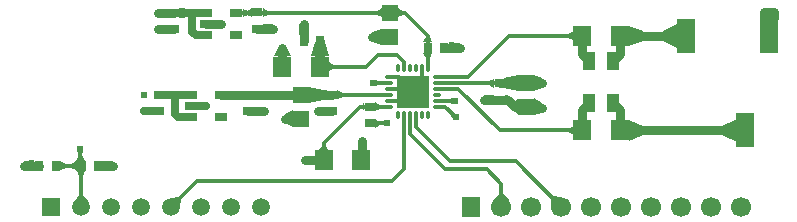
<source format=gtl>
G04 Layer: TopLayer*
G04 EasyEDA v6.5.42, 2024-04-19 21:15:47*
G04 b74b0dd8b7a74548b8b14c9367106a0f,9fa9616398974da3a60ce9969dc7753a,10*
G04 Gerber Generator version 0.2*
G04 Scale: 100 percent, Rotated: No, Reflected: No *
G04 Dimensions in millimeters *
G04 leading zeros omitted , absolute positions ,4 integer and 5 decimal *
%FSLAX45Y45*%
%MOMM*%

%AMMACRO1*21,1,$1,$2,0,0,$3*%
%ADD10C,0.8000*%
%ADD11C,0.3000*%
%ADD12C,0.7000*%
%ADD13MACRO1,1.728X1.485X90.0000*%
%ADD14MACRO1,1.728X1.485X-90.0000*%
%ADD15MACRO1,1.35X1.41X0.0000*%
%ADD16R,1.3500X1.4100*%
%ADD17R,0.8000X0.9000*%
%ADD18R,0.9000X0.8000*%
%ADD19R,1.5000X3.0000*%
%ADD20MACRO1,0.864X0.8065X-90.0000*%
%ADD21R,1.1330X1.5240*%
%ADD22O,0.2800096X0.7999984*%
%ADD23O,0.7999984X0.2800096*%
%ADD24R,2.7000X2.7000*%
%ADD25R,1.1000X0.7000*%
%ADD26R,1.5000X1.5000*%
%ADD27C,1.5000*%
%ADD28C,1.7000*%
%ADD29R,1.5748X1.7000*%
%ADD30C,0.6200*%
%ADD31C,0.0114*%

%LPD*%
G36*
X2064410Y2059889D02*
G01*
X2064410Y1989886D01*
X2109419Y2009902D01*
X2109419Y2039874D01*
G37*
G36*
X885647Y773176D02*
G01*
X885647Y686816D01*
X969975Y690016D01*
X969975Y770026D01*
G37*
G36*
X657148Y686816D02*
G01*
X679653Y641807D01*
X709676Y641807D01*
X732180Y686816D01*
G37*
G36*
X654354Y767486D02*
G01*
X609346Y744982D01*
X609346Y715010D01*
X654354Y692505D01*
G37*
G36*
X674979Y818184D02*
G01*
X654354Y773176D01*
X727506Y773176D01*
X705002Y818184D01*
G37*
G36*
X5744972Y1929993D02*
G01*
X5624982Y1869998D01*
X5624982Y1789988D01*
X5744972Y1729993D01*
G37*
G36*
X6244996Y1129995D02*
G01*
X6125006Y1070000D01*
X6125006Y989990D01*
X6244996Y929995D01*
G37*
G36*
X6516674Y1993239D02*
G01*
X6444996Y1979980D01*
X6595008Y1934159D01*
X6588252Y1951736D01*
G37*
G36*
X2144014Y2062378D02*
G01*
X2099005Y2039874D01*
X2099005Y2009902D01*
X2144014Y1988007D01*
G37*
G36*
X2233980Y2062378D02*
G01*
X2233980Y1988007D01*
X2278989Y2009902D01*
X2278989Y2039874D01*
G37*
G36*
X2233980Y1928012D02*
G01*
X2233980Y1848002D01*
X2318969Y1848002D01*
X2318969Y1928012D01*
G37*
G36*
X1525016Y2065020D02*
G01*
X1525016Y1985010D01*
X1630019Y1989988D01*
X1630019Y2059990D01*
G37*
G36*
X1350010Y1925015D02*
G01*
X1350010Y1845005D01*
X1434998Y1845005D01*
X1434998Y1925015D01*
G37*
G36*
X519988Y767486D02*
G01*
X519988Y692505D01*
X564997Y715010D01*
X564997Y744982D01*
G37*
G36*
X300024Y775004D02*
G01*
X210007Y770026D01*
X210007Y690016D01*
X300024Y684987D01*
G37*
G36*
X4195013Y1467612D02*
G01*
X4150004Y1445158D01*
X4150004Y1415186D01*
X4195013Y1392580D01*
G37*
G36*
X4284980Y1469999D02*
G01*
X4284980Y1389989D01*
X4405020Y1389989D01*
X4405020Y1469999D01*
G37*
G36*
X4109974Y1329994D02*
G01*
X4109974Y1249984D01*
X4195013Y1249984D01*
X4195013Y1329994D01*
G37*
G36*
X4284980Y1329994D02*
G01*
X4284980Y1249984D01*
X4309973Y1249984D01*
X4309973Y1329994D01*
G37*
G36*
X3185007Y1267510D02*
G01*
X3185007Y1192479D01*
X3230016Y1214983D01*
X3230016Y1245006D01*
G37*
G36*
X3094990Y1267510D02*
G01*
X3080004Y1245006D01*
X3080004Y1214983D01*
X3094990Y1192479D01*
G37*
G36*
X3185007Y1127506D02*
G01*
X3185007Y1052474D01*
X3230016Y1074978D01*
X3230016Y1105001D01*
G37*
G36*
X2775000Y1370025D02*
G01*
X2655011Y1369974D01*
X2655011Y1290015D01*
X2775000Y1290015D01*
G37*
G36*
X2864967Y1368501D02*
G01*
X2864967Y1293520D01*
X2909976Y1316024D01*
X2909976Y1345996D01*
G37*
G36*
X2775000Y1230020D02*
G01*
X2699969Y1229969D01*
X2699969Y1150010D01*
X2775000Y1150010D01*
G37*
G36*
X2680004Y1744980D02*
G01*
X2680004Y1624990D01*
X2760014Y1624990D01*
X2760014Y1744980D01*
G37*
G36*
X2540000Y1929993D02*
G01*
X2540000Y1834997D01*
X2620010Y1834997D01*
X2620010Y1929993D01*
G37*
G36*
X3617010Y1820011D02*
G01*
X3594506Y1775002D01*
X3669487Y1775002D01*
X3646982Y1820011D01*
G37*
G36*
X3594506Y1684985D02*
G01*
X3617010Y1639976D01*
X3646982Y1639976D01*
X3669487Y1684985D01*
G37*
G36*
X3810000Y1775002D02*
G01*
X3810000Y1684985D01*
X3899966Y1690014D01*
X3899966Y1769973D01*
G37*
G36*
X4527499Y1500479D02*
G01*
X4527499Y1359509D01*
X4599990Y1389989D01*
X4599990Y1469999D01*
G37*
G36*
X4392472Y1500479D02*
G01*
X4272483Y1469999D01*
X4272483Y1389989D01*
X4392472Y1359509D01*
G37*
G36*
X4527499Y1300480D02*
G01*
X4527499Y1159510D01*
X4599990Y1179982D01*
X4599990Y1259992D01*
G37*
G36*
X4392472Y1300480D02*
G01*
X4369968Y1270000D01*
X4369968Y1189990D01*
X4392472Y1159510D01*
G37*
G36*
X2627477Y1400505D02*
G01*
X2627477Y1259484D01*
X2747518Y1290015D01*
X2747518Y1369974D01*
G37*
G36*
X2492502Y1200505D02*
G01*
X2419959Y1169974D01*
X2419959Y1090015D01*
X2492502Y1059484D01*
G37*
G36*
X3242513Y2062378D02*
G01*
X3197504Y2039874D01*
X3197504Y2009902D01*
X3242513Y1987397D01*
G37*
G36*
X3377488Y2062378D02*
G01*
X3377488Y1987397D01*
X3422497Y2009902D01*
X3422497Y2039874D01*
G37*
G36*
X3242513Y1890471D02*
G01*
X3160014Y1859991D01*
X3160014Y1779981D01*
X3242513Y1749501D01*
G37*
G36*
X2735732Y900734D02*
G01*
X2713228Y866394D01*
X2788259Y866394D01*
X2765755Y900734D01*
G37*
G36*
X2680004Y1776374D02*
G01*
X2645003Y1656384D01*
X2793492Y1656384D01*
X2760014Y1776374D01*
G37*
G36*
X2793492Y1607515D02*
G01*
X2793492Y1532483D01*
X2838500Y1554988D01*
X2838500Y1585010D01*
G37*
G36*
X2360726Y1729232D02*
G01*
X2326487Y1656384D01*
X2474976Y1656384D01*
X2440736Y1729232D01*
G37*
G36*
X4866487Y1867560D02*
G01*
X4821478Y1845056D01*
X4821478Y1815084D01*
X4866487Y1792579D01*
G37*
G36*
X5333492Y1916379D02*
G01*
X5333492Y1743608D01*
X5453481Y1789988D01*
X5453481Y1869998D01*
G37*
G36*
X4866487Y1067460D02*
G01*
X4821478Y1044956D01*
X4821478Y1014984D01*
X4866487Y992479D01*
G37*
G36*
X5333492Y1116380D02*
G01*
X5333492Y943610D01*
X5453481Y989990D01*
X5453481Y1070000D01*
G37*
G36*
X3269488Y1113231D02*
G01*
X3247796Y1105001D01*
X3247796Y1074978D01*
X3269488Y1066749D01*
G37*
G36*
X666750Y849477D02*
G01*
X674979Y827786D01*
X705002Y827786D01*
X713232Y849477D01*
G37*
G36*
X3189935Y1453743D02*
G01*
X3191052Y1407261D01*
X3212541Y1415999D01*
X3211830Y1446022D01*
G37*
G36*
X3439007Y1446479D02*
G01*
X3417773Y1425244D01*
X3427272Y1404061D01*
X3460140Y1436928D01*
G37*
G36*
X3489147Y1407972D02*
G01*
X3456279Y1375054D01*
X3477463Y1365554D01*
X3498646Y1386789D01*
G37*
G36*
X3427882Y1412595D02*
G01*
X3413150Y1395984D01*
X3435197Y1366012D01*
X3455466Y1375105D01*
G37*
G36*
X3489147Y1407972D02*
G01*
X3456279Y1375054D01*
X3468268Y1366012D01*
X3498189Y1395984D01*
G37*
G36*
X3571392Y1440383D02*
G01*
X3556304Y1436928D01*
X3589121Y1404010D01*
X3592576Y1419148D01*
G37*
G36*
X3527247Y1407922D02*
G01*
X3517747Y1386738D01*
X3538982Y1365554D01*
X3560165Y1375054D01*
G37*
G36*
X3427272Y1307896D02*
G01*
X3422599Y1291590D01*
X3443833Y1270406D01*
X3460140Y1275080D01*
G37*
G36*
X3477463Y1346454D02*
G01*
X3456279Y1336954D01*
X3489147Y1304036D01*
X3498646Y1325219D01*
G37*
G36*
X3850741Y1180439D02*
G01*
X3829558Y1159256D01*
X3839057Y1138072D01*
X3871925Y1170940D01*
G37*
G36*
X3839464Y1303223D02*
G01*
X3817772Y1294993D01*
X3817772Y1265021D01*
X3839514Y1256741D01*
G37*
G36*
X4239971Y499719D02*
G01*
X4191254Y440232D01*
X4318762Y440232D01*
X4269994Y499719D01*
G37*
G36*
X4691786Y476453D02*
G01*
X4670552Y455218D01*
X4678172Y378663D01*
X4768291Y468833D01*
G37*
G36*
X1522577Y466801D02*
G01*
X1456283Y458876D01*
X1535836Y379323D01*
X1543812Y445617D01*
G37*
G36*
X709676Y486664D02*
G01*
X679653Y485393D01*
X640689Y431190D01*
X753110Y435965D01*
G37*
D10*
X1348003Y2024989D02*
G01*
X1348005Y2024992D01*
X1480009Y2024992D01*
D11*
X3307079Y1481073D02*
G01*
X3383279Y1481073D01*
X3508247Y1356105D01*
X3581908Y1556004D02*
G01*
X3581908Y1429765D01*
X3508247Y1356105D01*
X3307079Y1280921D02*
G01*
X3433318Y1280921D01*
X3508247Y1356105D01*
X3307079Y1380997D02*
G01*
X3483356Y1380997D01*
X3508247Y1356105D01*
D10*
X5819902Y1830070D02*
G01*
X5259324Y1830070D01*
X5259324Y1029970D02*
G01*
X6320027Y1029970D01*
D11*
X3706875Y1280921D02*
G01*
X3707891Y1279905D01*
X3860038Y1279905D01*
X3482086Y1155954D02*
G01*
X3482086Y997965D01*
X3780027Y700023D01*
X4130040Y700023D01*
X4255008Y575055D01*
X4255008Y384047D01*
X5259247Y1029997D02*
G01*
X5201602Y972352D01*
D10*
X5201615Y1259992D02*
G01*
X5259250Y1202357D01*
X5259250Y1029995D01*
X4998415Y1259992D02*
G01*
X4940734Y1202311D01*
X4940734Y1029995D01*
X4998415Y1619986D02*
G01*
X4940734Y1677667D01*
X4940734Y1829996D01*
X5201615Y1619986D02*
G01*
X5259250Y1677621D01*
X5259250Y1829996D01*
D11*
X4940808Y1830070D02*
G01*
X4320031Y1830070D01*
X3971036Y1481073D01*
X3706875Y1481073D01*
X4240022Y1430020D02*
G01*
X3706875Y1431036D01*
X699007Y384047D02*
G01*
X694689Y388365D01*
X694689Y729995D01*
X4763008Y384047D02*
G01*
X4376927Y769873D01*
X3819906Y769873D01*
X3531870Y1057910D01*
X3531870Y1155954D01*
X3169920Y1430020D02*
G01*
X3170936Y1431036D01*
X3307079Y1431036D01*
X3631945Y1556004D02*
G01*
X3631945Y1828037D01*
X3435095Y2024887D01*
X2009393Y2024887D01*
X3432047Y1155954D02*
G01*
X3430015Y700023D01*
X3329940Y599947D01*
X1676907Y599947D01*
X1461007Y384047D01*
D10*
X2720086Y1789937D02*
G01*
X2720086Y1570736D01*
X2719324Y1569973D01*
D11*
X3432047Y1556004D02*
G01*
X3432047Y1608073D01*
X3370072Y1670050D01*
X3210052Y1670050D01*
X3109975Y1569973D01*
X2719324Y1569973D01*
D10*
X2580131Y1929892D02*
G01*
X2579877Y1929892D01*
X2579877Y1789937D01*
X2400045Y1729994D02*
G01*
X2400808Y1729231D01*
X2400808Y1569973D01*
D12*
X1481073Y2024887D02*
G01*
X1770887Y2024887D01*
X1770887Y2025142D01*
X1770887Y1834895D02*
G01*
X1665478Y1834895D01*
X1637284Y1863089D01*
X1637284Y2025142D01*
D10*
X1880107Y1929892D02*
G01*
X1750568Y1930145D01*
X1350010Y1884934D02*
G01*
X1480057Y1884934D01*
X3160013Y1819910D02*
G01*
X3160013Y1819910D01*
X3309874Y1819910D01*
X2319020Y1887981D02*
G01*
X2188972Y1887981D01*
X2188972Y1887981D01*
D11*
X3307079Y1230884D02*
G01*
X3306063Y1230121D01*
X3139947Y1230121D01*
X3290061Y1089913D02*
G01*
X3290061Y1089913D01*
X3139947Y1089913D01*
D10*
X2560065Y1329944D02*
G01*
X2560065Y1329944D01*
X2819908Y1329944D01*
D11*
X2819908Y1329944D02*
G01*
X2820924Y1330960D01*
X3307079Y1330960D01*
D10*
X2700020Y1189989D02*
G01*
X2819908Y1189989D01*
X2819908Y1189989D01*
X2419858Y1130045D02*
G01*
X2419858Y1130045D01*
X2560065Y1130045D01*
X3899915Y1729994D02*
G01*
X3769868Y1729994D01*
X4109974Y1290065D02*
G01*
X4240022Y1290065D01*
X4459986Y1230121D02*
G01*
X4469891Y1219962D01*
X4599940Y1219962D01*
D11*
X3706875Y1380997D02*
G01*
X3888993Y1380997D01*
X4240022Y1029970D01*
X4940808Y1029970D01*
X3869943Y1139952D02*
G01*
X3779011Y1230884D01*
X3769106Y1230884D01*
X3706875Y1230884D01*
D10*
X4599940Y1430020D02*
G01*
X4459986Y1430020D01*
X4240022Y1430020D02*
G01*
X4459986Y1430020D01*
X4240022Y1290065D02*
G01*
X4309872Y1290065D01*
X4370070Y1230121D01*
X4459986Y1230121D01*
X6560058Y2029968D02*
G01*
X6560058Y1979929D01*
X6519925Y1940052D01*
X6519925Y1830070D01*
X6480047Y2029968D02*
G01*
X6480047Y1970023D01*
X6519925Y1929892D01*
X6519925Y1830070D01*
X6479987Y2029995D02*
G01*
X6559986Y2029995D01*
D11*
X694689Y729995D02*
G01*
X480060Y729995D01*
D10*
X210057Y729995D02*
G01*
X340105Y729995D01*
X970026Y729995D02*
G01*
X845312Y729995D01*
D11*
X694689Y729995D02*
G01*
X690118Y734568D01*
X690118Y869950D01*
D10*
X2589994Y779998D02*
G01*
X2750736Y779998D01*
X3070097Y940054D02*
G01*
X3069336Y780034D01*
D11*
X3139947Y1230121D02*
G01*
X3059938Y1230121D01*
X2750820Y920750D01*
X2750820Y780034D01*
D12*
X1353992Y1330002D02*
G01*
X1625597Y1330114D01*
X1625597Y1235118D02*
G01*
X1754997Y1234996D01*
X1353992Y1190005D02*
G01*
X1224988Y1190005D01*
X1625597Y1139924D02*
G01*
X1520078Y1139924D01*
X1491924Y1168077D01*
X1491924Y1330022D01*
D10*
X2245001Y1190000D02*
G01*
X2104991Y1189992D01*
X2560065Y1329944D02*
G01*
X1884426Y1329944D01*
D13*
G01*
X5259240Y1029997D03*
G01*
X4940739Y1029997D03*
G01*
X5259240Y1829996D03*
G01*
X4940739Y1829996D03*
D14*
G01*
X2400744Y1569996D03*
G01*
X2719245Y1569996D03*
D13*
G01*
X3069244Y779998D03*
G01*
X2750743Y779998D03*
D15*
G01*
X3309993Y1819993D03*
D16*
G01*
X3310000Y2019985D03*
D15*
G01*
X2559994Y1129995D03*
D16*
G01*
X2559989Y1329994D03*
D15*
G01*
X4459991Y1229994D03*
D16*
G01*
X4459986Y1429994D03*
D17*
G01*
X3769995Y1729994D03*
G01*
X3629990Y1729994D03*
G01*
X2580004Y1789988D03*
G01*
X2719984Y1789988D03*
D18*
G01*
X2819984Y1189989D03*
G01*
X2819984Y1329994D03*
G01*
X3139998Y1089990D03*
G01*
X3139998Y1229995D03*
G01*
X4239996Y1289989D03*
G01*
X4239996Y1429994D03*
D17*
G01*
X340004Y729995D03*
G01*
X480009Y729995D03*
D18*
G01*
X1480007Y1884984D03*
G01*
X1480007Y2024989D03*
G01*
X2188997Y1888007D03*
G01*
X2188997Y2027986D03*
G01*
X2104999Y1189989D03*
G01*
X2104999Y1329994D03*
G01*
X1354988Y1189989D03*
G01*
X1354988Y1329994D03*
D19*
G01*
X6519976Y1829993D03*
G01*
X6319977Y1029995D03*
G01*
X5819978Y1829993D03*
D20*
G01*
X694673Y729998D03*
G01*
X845323Y729998D03*
D21*
G01*
X4998389Y1259992D03*
G01*
X5201589Y1259992D03*
G01*
X4998389Y1619986D03*
G01*
X5201589Y1619986D03*
D22*
G01*
X3382009Y1156004D03*
G01*
X3431997Y1156004D03*
G01*
X3482009Y1156004D03*
G01*
X3531997Y1156004D03*
G01*
X3582009Y1156004D03*
G01*
X3631996Y1156004D03*
D23*
G01*
X3707002Y1231011D03*
G01*
X3707002Y1280998D03*
G01*
X3707002Y1331010D03*
G01*
X3707002Y1380997D03*
G01*
X3707002Y1431010D03*
G01*
X3707002Y1480997D03*
D22*
G01*
X3631996Y1556004D03*
G01*
X3582009Y1556004D03*
G01*
X3531997Y1556004D03*
G01*
X3482009Y1556004D03*
G01*
X3431997Y1556004D03*
G01*
X3382797Y1556004D03*
D23*
G01*
X3307003Y1480997D03*
G01*
X3307003Y1431010D03*
G01*
X3307003Y1380997D03*
G01*
X3307003Y1331010D03*
G01*
X3307003Y1280998D03*
G01*
X3307003Y1231011D03*
D24*
G01*
X3508247Y1356004D03*
D25*
G01*
X1750593Y2025091D03*
G01*
X1750593Y1930095D03*
G01*
X1750593Y1834895D03*
G01*
X2009393Y1834895D03*
G01*
X2009393Y2024913D03*
G01*
X1625600Y1330096D03*
G01*
X1625600Y1235100D03*
G01*
X1625600Y1139901D03*
G01*
X1884400Y1139901D03*
G01*
X1884400Y1329893D03*
D26*
G01*
X445007Y383997D03*
D27*
G01*
X699007Y383997D03*
G01*
X953007Y383997D03*
G01*
X1207007Y383997D03*
G01*
X1461007Y383997D03*
G01*
X1715007Y383997D03*
G01*
X1969008Y383997D03*
G01*
X2223008Y383997D03*
D28*
G01*
X6286982Y383997D03*
G01*
X6032982Y383997D03*
G01*
X5778982Y383997D03*
G01*
X5524982Y383997D03*
G01*
X5270982Y383997D03*
G01*
X5016982Y383997D03*
G01*
X4762982Y383997D03*
G01*
X4508982Y383997D03*
G01*
X4254982Y383997D03*
D29*
G01*
X4000982Y383997D03*
D30*
G01*
X1754987Y1234998D03*
G01*
X1224991Y1189989D03*
G01*
X3859987Y1280007D03*
G01*
X3869994Y1140002D03*
G01*
X3458184Y1305991D03*
G01*
X3558184Y1305991D03*
G01*
X3558184Y1405991D03*
G01*
X3458184Y1405991D03*
G01*
X210007Y729995D03*
G01*
X970000Y729995D03*
G01*
X3169996Y1429994D03*
G01*
X689990Y870000D03*
G01*
X1350010Y1884984D03*
G01*
X1880006Y1929993D03*
G01*
X2399995Y1729994D03*
G01*
X2580004Y1929993D03*
G01*
X3159988Y1819986D03*
G01*
X2318994Y1888007D03*
G01*
X3289985Y1089990D03*
G01*
X3069996Y940003D03*
G01*
X2699994Y1189989D03*
G01*
X2419984Y1129995D03*
G01*
X2589987Y780008D03*
G01*
X3899992Y1729994D03*
G01*
X4599990Y1219987D03*
G01*
X4109999Y1289989D03*
G01*
X4599990Y1429994D03*
G01*
X6559981Y2029993D03*
G01*
X6479997Y2029993D03*
G01*
X2245004Y1189989D03*
G01*
X1347998Y2024997D03*
G01*
X1229997Y1329997D03*
M02*

</source>
